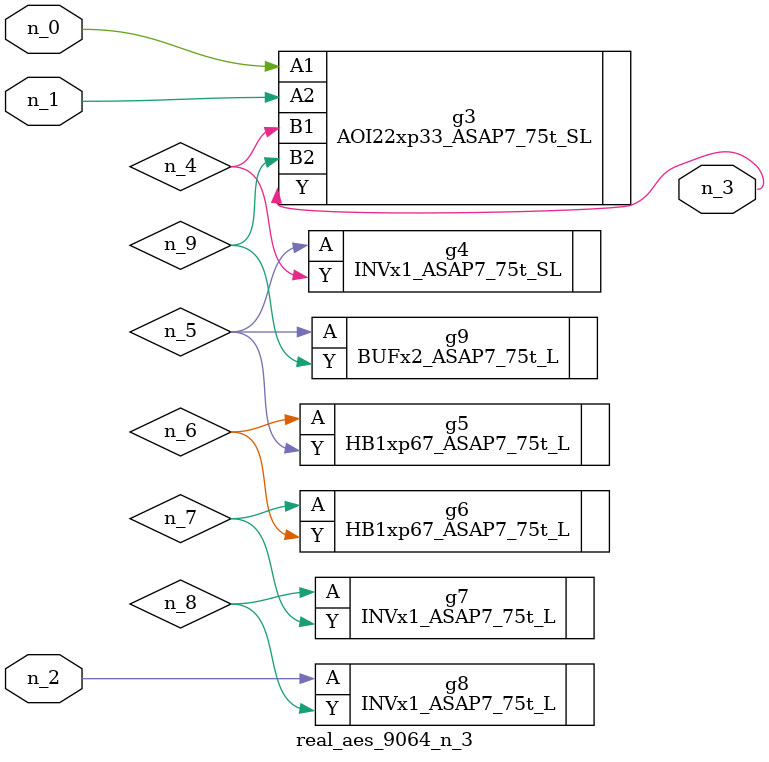
<source format=v>
module real_aes_9064_n_3 (n_0, n_2, n_1, n_3);
input n_0;
input n_2;
input n_1;
output n_3;
wire n_4;
wire n_5;
wire n_7;
wire n_9;
wire n_6;
wire n_8;
AOI22xp33_ASAP7_75t_SL g3 ( .A1(n_0), .A2(n_1), .B1(n_4), .B2(n_9), .Y(n_3) );
INVx1_ASAP7_75t_L g8 ( .A(n_2), .Y(n_8) );
INVx1_ASAP7_75t_SL g4 ( .A(n_5), .Y(n_4) );
BUFx2_ASAP7_75t_L g9 ( .A(n_5), .Y(n_9) );
HB1xp67_ASAP7_75t_L g5 ( .A(n_6), .Y(n_5) );
HB1xp67_ASAP7_75t_L g6 ( .A(n_7), .Y(n_6) );
INVx1_ASAP7_75t_L g7 ( .A(n_8), .Y(n_7) );
endmodule
</source>
